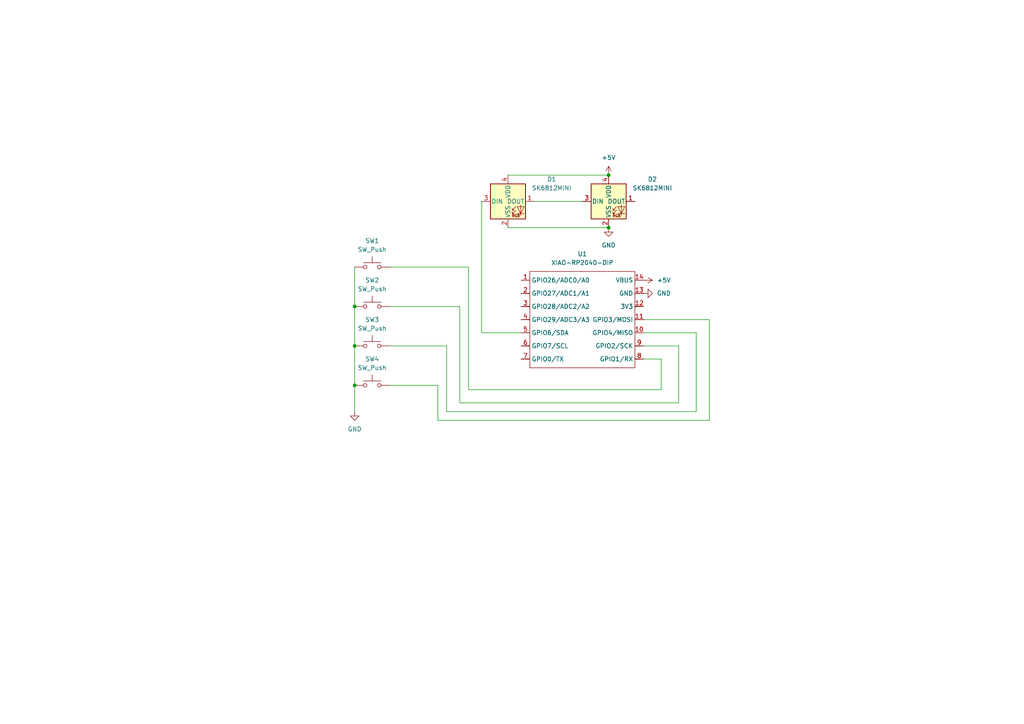
<source format=kicad_sch>
(kicad_sch (version 20250114) (generator "eeschema") (generator_version "9.0")
  (paper "A4")
  (lib_symbols
    (symbol "LED:SK6812MINI" (pin_names (offset 0.254))
      (property "Reference" "D" (at 5.08 5.715 0))
      (property "Value" "SK6812MINI" (at 1.27 -5.715 0))
      (symbol "SK6812MINI_0_0"
        (text "RGB" (at 2.286 -4.191 0) (effects (font (size 0.762 0.762))))
      )
      (symbol "SK6812MINI_0_1"
        (polyline (pts (xy 1.27 -2.54) (xy 1.778 -2.54)))
        (polyline (pts (xy 1.27 -3.556) (xy 1.778 -3.556)))
        (polyline (pts (xy 2.286 -1.524) (xy 1.27 -2.54) (xy 1.27 -2.032)))
        (polyline (pts (xy 2.286 -2.54) (xy 1.27 -3.556) (xy 1.27 -3.048)))
        (polyline (pts (xy 3.683 -1.016) (xy 3.683 -3.556) (xy 3.683 -4.064)))
        (polyline (pts (xy 4.699 -1.524) (xy 2.667 -1.524) (xy 3.683 -3.556) (xy 4.699 -1.524)))
        (polyline (pts (xy 4.699 -3.556) (xy 2.667 -3.556)))
        (rectangle (start 5.08 5.08) (end -5.08 -5.08) (stroke (width 0.254)) (fill (type background)))
      )
      (symbol "SK6812MINI_1_1"
        (pin input line (at -7.62 0 0) (length 2.54) (name "DIN") (number "3"))
        (pin power_in line (at 0 7.62 270) (length 2.54) (name "VDD") (number "4"))
        (pin power_in line (at 0 -7.62 90) (length 2.54) (name "VSS") (number "2"))
        (pin output line (at 7.62 0 180) (length 2.54) (name "DOUT") (number "1"))
      )
    )
    (symbol "OPL:XIAO-RP2040-DIP"
      (property "Reference" "U" (at 0 0 0))
      (property "Value" "XIAO-RP2040-DIP" (at 5.334 -1.778 0))
      (symbol "XIAO-RP2040-DIP_1_0"
        (polyline (pts (xy -1.27 -2.54) (xy 29.21 -2.54)) (stroke (width 0.1524)))
        (polyline (pts (xy -1.27 -5.08) (xy -2.54 -5.08)) (stroke (width 0.1524)))
        (polyline (pts (xy -1.27 -5.08) (xy -1.27 -2.54)) (stroke (width 0.1524)))
        (polyline (pts (xy -1.27 -8.89) (xy -2.54 -8.89)) (stroke (width 0.1524)))
        (polyline (pts (xy -1.27 -8.89) (xy -1.27 -5.08)) (stroke (width 0.1524)))
        (polyline (pts (xy -1.27 -12.7) (xy -2.54 -12.7)) (stroke (width 0.1524)))
        (polyline (pts (xy -1.27 -12.7) (xy -1.27 -8.89)) (stroke (width 0.1524)))
        (polyline (pts (xy -1.27 -16.51) (xy -2.54 -16.51)) (stroke (width 0.1524)))
        (polyline (pts (xy -1.27 -16.51) (xy -1.27 -12.7)) (stroke (width 0.1524)))
        (polyline (pts (xy -1.27 -20.32) (xy -2.54 -20.32)) (stroke (width 0.1524)))
        (polyline (pts (xy -1.27 -24.13) (xy -2.54 -24.13)) (stroke (width 0.1524)))
        (polyline (pts (xy -1.27 -27.94) (xy -2.54 -27.94)) (stroke (width 0.1524)))
        (polyline (pts (xy -1.27 -30.48) (xy -1.27 -16.51)) (stroke (width 0.1524)))
        (polyline (pts (xy 29.21 -2.54) (xy 29.21 -5.08)) (stroke (width 0.1524)))
        (polyline (pts (xy 29.21 -5.08) (xy 29.21 -8.89)) (stroke (width 0.1524)))
        (polyline (pts (xy 29.21 -8.89) (xy 29.21 -12.7)) (stroke (width 0.1524)))
        (polyline (pts (xy 29.21 -12.7) (xy 29.21 -30.48)) (stroke (width 0.1524)))
        (polyline (pts (xy 29.21 -30.48) (xy -1.27 -30.48)) (stroke (width 0.1524)))
        (polyline (pts (xy 30.48 -5.08) (xy 29.21 -5.08)) (stroke (width 0.1524)))
        (polyline (pts (xy 30.48 -8.89) (xy 29.21 -8.89)) (stroke (width 0.1524)))
        (polyline (pts (xy 30.48 -12.7) (xy 29.21 -12.7)) (stroke (width 0.1524)))
        (polyline (pts (xy 30.48 -16.51) (xy 29.21 -16.51)) (stroke (width 0.1524)))
        (polyline (pts (xy 30.48 -20.32) (xy 29.21 -20.32)) (stroke (width 0.1524)))
        (polyline (pts (xy 30.48 -24.13) (xy 29.21 -24.13)) (stroke (width 0.1524)))
        (polyline (pts (xy 30.48 -27.94) (xy 29.21 -27.94)) (stroke (width 0.1524)))
        (pin passive line (at -3.81 -5.08 0) (length 2.54) (name "GPIO26/ADC0/A0") (number "1"))
        (pin passive line (at -3.81 -8.89 0) (length 2.54) (name "GPIO27/ADC1/A1") (number "2"))
        (pin passive line (at -3.81 -12.7 0) (length 2.54) (name "GPIO28/ADC2/A2") (number "3"))
        (pin passive line (at -3.81 -16.51 0) (length 2.54) (name "GPIO29/ADC3/A3") (number "4"))
        (pin passive line (at -3.81 -20.32 0) (length 2.54) (name "GPIO6/SDA") (number "5"))
        (pin passive line (at -3.81 -24.13 0) (length 2.54) (name "GPIO7/SCL") (number "6"))
        (pin passive line (at -3.81 -27.94 0) (length 2.54) (name "GPIO0/TX") (number "7"))
        (pin passive line (at 31.75 -5.08 180) (length 2.54) (name "VBUS") (number "14"))
        (pin passive line (at 31.75 -8.89 180) (length 2.54) (name "GND") (number "13"))
        (pin passive line (at 31.75 -12.7 180) (length 2.54) (name "3V3") (number "12"))
        (pin passive line (at 31.75 -16.51 180) (length 2.54) (name "GPIO3/MOSI") (number "11"))
        (pin passive line (at 31.75 -20.32 180) (length 2.54) (name "GPIO4/MISO") (number "10"))
        (pin passive line (at 31.75 -24.13 180) (length 2.54) (name "GPIO2/SCK") (number "9"))
        (pin passive line (at 31.75 -27.94 180) (length 2.54) (name "GPIO1/RX") (number "8"))
      )
    )
    (symbol "Switch:SW_Push" (pin_numbers (hide yes)) (pin_names (offset 1.016) (hide yes))
      (property "Reference" "SW" (at 1.27 2.54 0))
      (property "Value" "SW_Push" (at 0 -1.524 0))
      (symbol "SW_Push_0_1"
        (circle (center -2.032 0) (radius 0.508))
        (polyline (pts (xy 0 1.27) (xy 0 3.048)))
        (circle (center 2.032 0) (radius 0.508))
        (polyline (pts (xy 2.54 1.27) (xy -2.54 1.27)))
        (pin passive line (at -5.08 0 0) (length 2.54) (name "1") (number "1"))
        (pin passive line (at 5.08 0 180) (length 2.54) (name "2") (number "2"))
      )
    )
    (symbol "power:+5V" (power) (pin_numbers (hide yes)) (pin_names (offset 0) (hide yes))
      (property "Value" "+5V" (at 0 3.556 0))
      (symbol "+5V_0_1"
        (polyline (pts (xy -0.762 1.27) (xy 0 2.54)))
        (polyline (pts (xy 0 2.54) (xy 0.762 1.27)))
        (polyline (pts (xy 0 0) (xy 0 2.54)))
      )
      (symbol "+5V_1_1"
        (pin power_in line (at 0 0 90) (length 0) (name "~") (number "1"))
      )
    )
    (symbol "power:GND" (power) (pin_numbers (hide yes)) (pin_names (offset 0) (hide yes))
      (property "Value" "GND" (at 0 -3.81 0))
      (symbol "GND_0_1"
        (polyline (pts (xy 0 0) (xy 0 -1.27) (xy 1.27 -1.27) (xy 0 -2.54) (xy -1.27 -1.27) (xy 0 -1.27)))
      )
      (symbol "GND_1_1"
        (pin power_in line (at 0 0 270) (length 0) (name "~") (number "1"))
      )
    )
  )
  (junction (at 102.87 100.33))
  (junction (at 176.53 50.8))
  (junction (at 102.87 88.9))
  (junction (at 176.53 66.04))
  (junction (at 102.87 111.76))
  (wire (pts (xy 135.89 77.47) (xy 113.03 77.47)))
  (wire (pts (xy 201.93 119.38) (xy 129.54 119.38)))
  (wire (pts (xy 205.74 121.92) (xy 127 121.92)))
  (wire (pts (xy 133.35 88.9) (xy 113.03 88.9)))
  (wire (pts (xy 127 111.76) (xy 113.03 111.76)))
  (wire (pts (xy 139.7 58.42) (xy 139.7 96.52)))
  (wire (pts (xy 102.87 100.33) (xy 102.87 111.76)))
  (wire (pts (xy 191.77 113.03) (xy 135.89 113.03)))
  (wire (pts (xy 186.69 96.52) (xy 201.93 96.52)))
  (wire (pts (xy 102.87 77.47) (xy 102.87 88.9)))
  (wire (pts (xy 186.69 104.14) (xy 191.77 104.14)))
  (wire (pts (xy 196.85 100.33) (xy 196.85 116.84)))
  (wire (pts (xy 186.69 92.71) (xy 205.74 92.71)))
  (wire (pts (xy 201.93 96.52) (xy 201.93 119.38)))
  (wire (pts (xy 196.85 116.84) (xy 133.35 116.84)))
  (wire (pts (xy 135.89 113.03) (xy 135.89 77.47)))
  (wire (pts (xy 147.32 50.8) (xy 176.53 50.8)))
  (wire (pts (xy 133.35 116.84) (xy 133.35 88.9)))
  (wire (pts (xy 102.87 111.76) (xy 102.87 119.38)))
  (wire (pts (xy 205.74 92.71) (xy 205.74 121.92)))
  (wire (pts (xy 139.7 96.52) (xy 151.13 96.52)))
  (wire (pts (xy 127 121.92) (xy 127 111.76)))
  (wire (pts (xy 129.54 100.33) (xy 113.03 100.33)))
  (wire (pts (xy 147.32 66.04) (xy 176.53 66.04)))
  (wire (pts (xy 186.69 100.33) (xy 196.85 100.33)))
  (wire (pts (xy 129.54 119.38) (xy 129.54 100.33)))
  (wire (pts (xy 154.94 58.42) (xy 168.91 58.42)))
  (wire (pts (xy 102.87 88.9) (xy 102.87 100.33)))
  (wire (pts (xy 191.77 104.14) (xy 191.77 113.03)))
  (symbol (lib_id "power:GND") (at 102.87 119.38 0) (unit 1)
    (property "Reference" "#PWR01" (effects (hide yes)))
    (property "Value" "GND" (at 102.87 124.46 0))
    (property "Description" "Power symbol creates a global label with name \"GND\" , ground" (effects (hide yes)))
  )
  (symbol (lib_id "Switch:SW_Push") (at 107.95 111.76 0) (unit 1)
    (property "Reference" "SW4" (at 107.95 104.14 0))
    (property "Value" "SW_Push" (at 107.95 106.68 0))
    (property "Footprint" "Button_Switch_Keyboard:SW_Cherry_MX_1.00u_PCB" (effects (hide yes)))
    (property "Description" "Push button switch, generic, two pins" (effects (hide yes)))
  )
  (symbol (lib_id "Switch:SW_Push") (at 107.95 100.33 0) (unit 1)
    (property "Reference" "SW3" (at 107.95 92.71 0))
    (property "Value" "SW_Push" (at 107.95 95.25 0))
    (property "Footprint" "Button_Switch_Keyboard:SW_Cherry_MX_1.00u_PCB" (effects (hide yes)))
    (property "Description" "Push button switch, generic, two pins" (effects (hide yes)))
  )
  (symbol (lib_id "power:+5V") (at 176.53 50.8 0) (unit 1)
    (property "Reference" "#PWR02" (effects (hide yes)))
    (property "Value" "+5V" (at 176.53 45.72 0))
    (property "Description" "Power symbol creates a global label with name \"+5V\"" (effects (hide yes)))
  )
  (symbol (lib_id "Switch:SW_Push") (at 107.95 77.47 0) (unit 1)
    (property "Reference" "SW1" (at 107.95 69.85 0))
    (property "Value" "SW_Push" (at 107.95 72.39 0))
    (property "Footprint" "Button_Switch_Keyboard:SW_Cherry_MX_1.00u_PCB" (effects (hide yes)))
    (property "Description" "Push button switch, generic, two pins" (effects (hide yes)))
  )
  (symbol (lib_id "power:+5V") (at 186.69 81.28 270) (unit 1)
    (property "Reference" "#PWR05" (effects (hide yes)))
    (property "Value" "+5V" (at 190.5 81.2799 90) (effects (justify left)))
    (property "Description" "Power symbol creates a global label with name \"+5V\"" (effects (hide yes)))
  )
  (symbol (lib_id "power:GND") (at 176.53 66.04 0) (unit 1)
    (property "Reference" "#PWR03" (effects (hide yes)))
    (property "Value" "GND" (at 176.53 71.12 0))
    (property "Description" "Power symbol creates a global label with name \"GND\" , ground" (effects (hide yes)))
  )
  (symbol (lib_id "LED:SK6812MINI") (at 147.32 58.42 0) (unit 1)
    (property "Reference" "D1" (at 160.02 51.9998 0))
    (property "Value" "SK6812MINI" (at 160.02 54.5398 0))
    (property "Footprint" "LED_SMD:LED_SK6812MINI_PLCC4_3.5x3.5mm_P1.75mm" (effects (hide yes)))
    (property "Datasheet" "https://cdn-shop.adafruit.com/product-files/2686/SK6812MINI_REV.01-1-2.pdf" (effects (hide yes)))
    (property "Description" "RGB LED with integrated controller" (effects (hide yes)))
  )
  (symbol (lib_id "Switch:SW_Push") (at 107.95 88.9 0) (unit 1)
    (property "Reference" "SW2" (at 107.95 81.28 0))
    (property "Value" "SW_Push" (at 107.95 83.82 0))
    (property "Footprint" "Button_Switch_Keyboard:SW_Cherry_MX_1.00u_PCB" (effects (hide yes)))
    (property "Description" "Push button switch, generic, two pins" (effects (hide yes)))
  )
  (symbol (lib_id "OPL:XIAO-RP2040-DIP") (at 154.94 76.2 0) (unit 1)
    (property "Reference" "U1" (at 168.91 73.66 0))
    (property "Value" "XIAO-RP2040-DIP" (at 168.91 76.2 0))
    (property "Footprint" "OPL:XIAO-RP2040-DIP" (effects (hide yes)))
  )
  (symbol (lib_id "power:GND") (at 186.69 85.09 90) (unit 1)
    (property "Reference" "#PWR04" (effects (hide yes)))
    (property "Value" "GND" (at 190.5 85.0899 90) (effects (justify right)))
    (property "Description" "Power symbol creates a global label with name \"GND\" , ground" (effects (hide yes)))
  )
  (symbol (lib_id "LED:SK6812MINI") (at 176.53 58.42 0) (unit 1)
    (property "Reference" "D2" (at 189.23 51.9998 0))
    (property "Value" "SK6812MINI" (at 189.23 54.5398 0))
    (property "Footprint" "LED_SMD:LED_SK6812MINI_PLCC4_3.5x3.5mm_P1.75mm" (effects (hide yes)))
    (property "Datasheet" "https://cdn-shop.adafruit.com/product-files/2686/SK6812MINI_REV.01-1-2.pdf" (effects (hide yes)))
    (property "Description" "RGB LED with integrated controller" (effects (hide yes)))
  )
)
</source>
